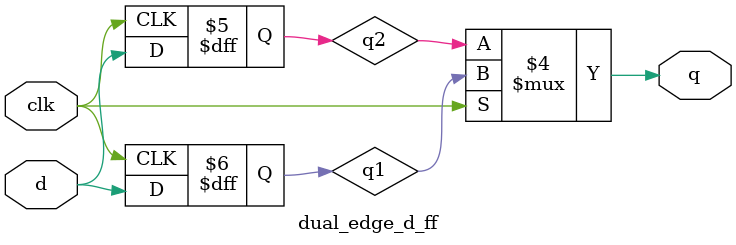
<source format=sv>
module dual_edge_d_ff (
    input wire clk,
    input wire d,
    output reg q
);
    reg q1, q2;
    
    always @(posedge clk) begin
        q1 <= d;
    end
    
    always @(negedge clk) begin
        q2 <= d;
    end
    
    always @(q1 or q2) begin
        q <= clk ? q1 : q2;
    end
endmodule
</source>
